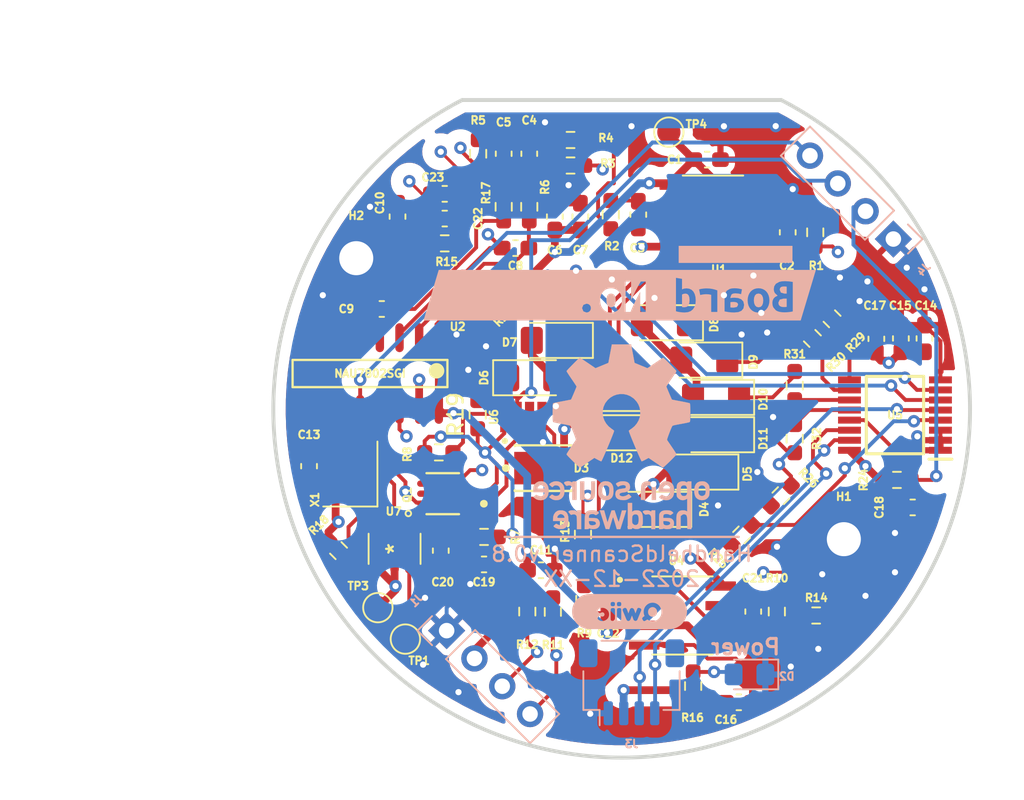
<source format=kicad_pcb>
(kicad_pcb (version 20211014) (generator pcbnew)
  (title_block (title "Plastic Scanner for AED") (date "2022-06-07") (rev "2") (company "PlasticScanner") (comment 1 "By Markus Glavind"))
  (layers (0 "F.Cu" signal) (1 "In1.Cu" signal) (2 "In2.Cu" signal) (31 "B.Cu" signal) (34 "B.Paste" user) (35 "F.Paste" user) (36 "B.SilkS" user "B.Silkscreen") (37 "F.SilkS" user "F.Silkscreen") (38 "B.Mask" user) (39 "F.Mask" user) (44 "Edge.Cuts" user))
  (net 0 "")
  (net 1 "+2V5")
  (net 2 "Net-(C2-Pad1)")
  (net 3 "Net-(C2-Pad2)")
  (net 4 "Net-(C3-Pad1)")
  (net 5 "Net-(C3-Pad2)")
  (net 6 "/ADC/AIN+")
  (net 7 "/ADC/AIN-")
  (net 8 "+3V3")
  (net 9 "Net-(D4-Pad1)")
  (net 10 "Net-(D5-Pad1)")
  (net 11 "Net-(D6-Pad1)")
  (net 12 "Net-(D7-Pad1)")
  (net 13 "Net-(D8-Pad1)")
  (net 14 "Net-(D9-Pad1)")
  (net 15 "Net-(D10-Pad1)")
  (net 16 "Net-(D11-Pad1)")
  (net 17 "SDA")
  (net 18 "Net-(C8-Pad1)")
  (net 19 "Net-(C8-Pad2)")
  (net 20 "LED RESET")
  (net 21 "Net-(R25-Pad1)")
  (net 22 "Net-(R26-Pad1)")
  (net 23 "Net-(R27-Pad1)")
  (net 24 "Net-(R28-Pad1)")
  (net 25 "Net-(R29-Pad1)")
  (net 26 "Net-(R30-Pad1)")
  (net 27 "Net-(R31-Pad1)")
  (net 28 "Net-(R32-Pad1)")
  (net 29 "DRDY_INT")
  (net 30 "SCL")
  (net 31 "Net-(D2-Pad2)")
  (net 32 "Net-(C10-Pad2)")
  (net 34 "+1V8")
  (net 35 "SCL_2v")
  (net 36 "SDA_2v")
  (net 37 "Net-(C9-Pad1)")
  (net 38 "Net-(C9-Pad2)")
  (net 39 "Net-(C12-Pad1)")
  (net 40 "Net-(C12-Pad2)")
  (net 41 "Net-(C21-Pad1)")
  (net 42 "Net-(C21-Pad2)")
  (net 43 "/ADC/AIN2+")
  (net 44 "/ADC/AIN2-")
  (net 45 "Net-(D3-Pad1)")
  (net 46 "Net-(R18-Pad1)")
  (net 47 "GND")
  (net 48 "AS7341_INT")
  (net 49 "Net-(U2-Pad10)")
  (footprint "LED_SMD:LED_1206_3216Metric_Pad1.42x1.75mm_HandSolder" (layer "F.Cu") (at 92.075 101.727 180)
    (fp_text reference "D8")
    (fp_text value "LED")
  )
  (footprint "Capacitor_SMD:C_0603_1608Metric_Pad1.08x0.95mm_HandSolder" (layer "F.Cu") (at 86.614 94.869 -90)
    (fp_text reference "C7")
    (fp_text value "0.1uF")
  )
  (footprint "Capacitor_SMD:C_0603_1608Metric_Pad1.08x0.95mm_HandSolder" (layer "F.Cu") (at 69.088 110.998 90)
    (fp_text reference "C13")
    (fp_text value "0.1uF")
  )
  (footprint "Resistor_SMD:R_0603_1608Metric_Pad0.98x0.95mm_HandSolder" (layer "F.Cu") (at 102.87 101.473 135)
    (fp_text reference "R29")
    (fp_text value "75")
  )
  (footprint "Resistor_SMD:R_0603_1608Metric_Pad0.98x0.95mm_HandSolder" (layer "F.Cu") (at 101.784 95.885 -90)
    (fp_text reference "R1")
    (fp_text value "240k")
  )
  (footprint "Capacitor_SMD:C_0603_1608Metric_Pad1.08x0.95mm_HandSolder" (layer "F.Cu") (at 90.354 94.742 -90)
    (fp_text reference "C3")
    (fp_text value "51p")
  )
  (footprint "Capacitor_SMD:C_0603_1608Metric_Pad1.08x0.95mm_HandSolder" (layer "F.Cu") (at 81.661 90.805 90)
    (fp_text reference "C5")
    (fp_text value "100p")
  )
  (footprint "BSS138DW-7-F-A:Diodes_Inc._-_BSS138DW-7-F-A" (layer "F.Cu") (at 77.724 112.776 180)
    (fp_text reference "Q1")
    (fp_text value "BSS138DW-7-F" hide)
  )
  (footprint "Resistor_SMD:R_0603_1608Metric_Pad0.98x0.95mm_HandSolder" (layer "F.Cu") (at 93.896999 125.209997 90)
    (fp_text reference "R16")
    (fp_text value "150")
  )
  (footprint "Resistor_SMD:R_0603_1608Metric_Pad0.98x0.95mm_HandSolder" (layer "F.Cu") (at 85.979 89.916 180)
    (fp_text reference "R4")
    (fp_text value "301")
  )
  (footprint "Resistor_SMD:R_0603_1608Metric_Pad0.98x0.95mm_HandSolder" (layer "F.Cu") (at 86.781 115.419 90)
    (fp_text reference "R13")
    (fp_text value "301")
  )
  (footprint "Capacitor_SMD:C_0603_1608Metric_Pad1.08x0.95mm_HandSolder" (layer "F.Cu") (at 77.597 116.459 -90)
    (fp_text reference "C20")
    (fp_text value "0.1uF")
  )
  (footprint "TestPoint:TestPoint_Pad_D1.5mm" (layer "F.Cu") (at 75.311 122.174)
    (fp_text reference "TP1")
    (fp_text value "Test_1.8V")
  )
  (footprint "Resistor_SMD:R_0603_1608Metric_Pad0.98x0.95mm_HandSolder" (layer "F.Cu") (at 80.391 115.57 180)
    (fp_text reference "R7")
    (fp_text value "10k")
  )
  (footprint "Resistor_SMD:R_0603_1608Metric_Pad0.98x0.95mm_HandSolder" (layer "F.Cu") (at 83.312 94.234 -90)
    (fp_text reference "R6")
    (fp_text value "51")
  )
  (footprint "MountingHole:MountingHole_2.2mm_M2_ISO7380_Pad" (layer "F.Cu") (at 72.136 97.556)
    (fp_text reference "H2")
    (fp_text value "MountingHole")
  )
  (footprint "Capacitor_SMD:C_0603_1608Metric_Pad1.08x0.95mm_HandSolder" (layer "F.Cu") (at 100.006 95.885 -90)
    (fp_text reference "C2")
    (fp_text value "51p")
  )
  (footprint "Capacitor_SMD:C_0603_1608Metric_Pad1.08x0.95mm_HandSolder" (layer "F.Cu") (at 108.839 102.743 -90)
    (fp_text reference "C14")
    (fp_text value "10uF")
  )
  (footprint "Oscillator:Oscillator_SMD_SeikoEpson_SG8002CE-4Pin_3.2x2.5mm" (layer "F.Cu") (at 71.755 111.506 90)
    (fp_text reference "X1")
    (fp_text value "SG-8002CE")
  )
  (footprint "Diode_SMD:D_1206_3216Metric_Pad1.42x1.75mm_HandSolder" (layer "F.Cu") (at 89.2785 108.839 180)
    (fp_text reference "D12")
    (fp_text value "0090-3111-185")
  )
  (footprint "LED_SMD:LED_1206_3216Metric_Pad1.42x1.75mm_HandSolder" (layer "F.Cu") (at 95.377 106.553 180)
    (fp_text reference "D10")
    (fp_text value "LED")
  )
  (footprint "LED_SMD:LED_1206_3216Metric_Pad1.42x1.75mm_HandSolder" (layer "F.Cu") (at 94.361 111.379 180)
    (fp_text reference "D5")
    (fp_text value "LED")
  )
  (footprint "Capacitor_SMD:C_0603_1608Metric_Pad1.08x0.95mm_HandSolder" (layer "F.Cu") (at 96.847 126.259999 180)
    (fp_text reference "C16")
    (fp_text value "100n")
  )
  (footprint "LED_SMD:LED_1206_3216Metric_Pad1.42x1.75mm_HandSolder" (layer "F.Cu") (at 94.615 104.14 180)
    (fp_text reference "D9")
    (fp_text value "LED")
  )
  (footprint "Capacitor_SMD:C_0603_1608Metric_Pad1.08x0.95mm_HandSolder" (layer "F.Cu") (at 105.731 102.769 90)
    (fp_text reference "C17")
    (fp_text value "22u")
  )
  (footprint "Nuvoton-NAU7802SGI:Nuvoton-NAU7802SGI" (layer "F.Cu") (at 73.025 105.0105 -90)
    (fp_text reference "U2")
    (fp_text value "NAU7802SGI")
  )
  (footprint "Resistor_SMD:R_0603_1608Metric_Pad0.98x0.95mm_HandSolder" (layer "F.Cu") (at 88.576 94.742 90)
    (fp_text reference "R2")
    (fp_text value "240k")
  )
  (footprint "OPA2376AID:SOIC127P599X175-8N" (layer "F.Cu") (at 93.206663 120.65)
    (fp_text reference "U4")
    (fp_text value "OPA2376xxD")
  )
  (footprint "LED_SMD:LED_1206_3216Metric_Pad1.42x1.75mm_HandSolder" (layer "F.Cu") (at 91.313 113.792 180)
    (fp_text reference "D4")
    (fp_text value "LED")
  )
  (footprint "Resistor_SMD:R_0603_1608Metric_Pad0.98x0.95mm_HandSolder" (layer "F.Cu") (at 83.185 120.396 90)
    (fp_text reference "R12")
    (fp_text value "10k")
  )
  (footprint "Capacitor_SMD:C_0603_1608Metric_Pad1.08x0.95mm_HandSolder" (layer "F.Cu") (at 84.064974 117.725423 180)
    (fp_text reference "C11")
    (fp_text value "100n")
  )
  (footprint "Capacitor_SMD:C_0603_1608Metric_Pad1.08x0.95mm_HandSolder" (layer "F.Cu") (at 84.963 94.869 -90)
    (fp_text reference "C6")
    (fp_text value "1uF")
  )
  (footprint "Resistor_SMD:R_0603_1608Metric_Pad0.98x0.95mm_HandSolder" (layer "F.Cu") (at 86.111 100.889 180)
    (fp_text reference "R28")
    (fp_text value "75")
  )
  (footprint "Resistor_SMD:R_0603_1608Metric_Pad0.98x0.95mm_HandSolder" (layer "F.Cu") (at 101.842663 120.65)
    (fp_text reference "R14")
    (fp_text value "301")
  )
  (footprint "Resistor_SMD:R_0603_1608Metric_Pad0.98x0.95mm_HandSolder" (layer "F.Cu") (at 77.47 110.109)
    (fp_text reference "R8")
    (fp_text value "10k")
  )
  (footprint "Resistor_SMD:R_0603_1608Metric_Pad0.98x0.95mm_HandSolder" (layer "F.Cu") (at 99.568 112.903 -135)
    (fp_text reference "R26")
    (fp_text value "62")
  )
  (footprint "Capacitor_SMD:C_0603_1608Metric_Pad1.08x0.95mm_HandSolder" (layer "F.Cu") (at 74.803 94.869 -90)
    (fp_text reference "C10")
    (fp_text value "0.1uF")
  )
  (footprint "MountingHole:MountingHole_2.2mm_M2_ISO7380_Pad" (layer "F.Cu") (at 103.632 115.717)
    (fp_text reference "H1")
    (fp_text value "MountingHole")
  )
  (footprint "TestPoint:TestPoint_Pad_D1.5mm" (layer "F.Cu") (at 92.329 89.408)
    (fp_text reference "TP4")
    (fp_text value "Test_2.5V")
  )
  (footprint "Resistor_SMD:R_0603_1608Metric_Pad0.98x0.95mm_HandSolder" (layer "F.Cu") (at 70.993 116.459 135)
    (fp_text reference "R18")
    (fp_text value "1k")
  )
  (footprint "Capacitor_SMD:C_0603_1608Metric_Pad1.08x0.95mm_HandSolder" (layer "F.Cu") (at 107.315 102.743 -90)
    (fp_text reference "C15")
    (fp_text value "10uF")
  )
  (footprint "Resistor_SMD:R_0603_1608Metric_Pad0.98x0.95mm_HandSolder" (layer "F.Cu") (at 100.457 105.791 90)
    (fp_text reference "R31")
    (fp_text value "75")
  )
  (footprint "AP7312-1833W6-7:AP7312-1833W6-7" (layer "F.Cu") (at 74.6125 116.3415 -90)
    (fp_text reference "U7")
    (fp_text value "AP7312-1833W6-7" hide)
  )
  (footprint "OPA2376AID:SOIC127P599X175-8N" (layer "F.Cu") (at 95.18 94.742 180)
    (fp_text reference "U1")
    (fp_text value "OPA2376xxD")
  )
  (footprint "Resistor_SMD:R_0603_1608Metric_Pad0.98x0.95mm_HandSolder" (layer "F.Cu") (at 84.836 120.4195 -90)
    (fp_text reference "R11")
    (fp_text value "10k")
  )
  (footprint "Diode_SMD:D_1206_3216Metric_Pad1.42x1.75mm_HandSolder" (layer "F.Cu") (at 89.281 106.299)
    (fp_text reference "D1")
    (fp_text value "0090-3111-185")
  )
  (footprint "Capacitor_SMD:C_0603_1608Metric_Pad1.08x0.95mm_HandSolder" (layer "F.Cu") (at 82.423 96.901)
    (fp_text reference "C8")
    (fp_text value "0.1uF")
  )
  (footprint "Capacitor_SMD:C_0603_1608Metric_Pad1.08x0.95mm_HandSolder" (layer "F.Cu") (at 73.787 100.838)
    (fp_text reference "C9")
    (fp_text value "0.1uF")
  )
  (footprint "Resistor_SMD:R_0603_1608Metric_Pad0.98x0.95mm_HandSolder" (layer "F.Cu") (at 79.981 107.669 90)
    (fp_text reference "R19")
    (fp_text value "10k")
  )
  (footprint "Everlight-EAHC2835WD6:Everlight-EAHC2835WD6-MFG" (layer "F.Cu") (at 84.201 111.125 180)
    (fp_text reference "D3")
    (fp_text value "EAHC2835WD6" hide)
  )
  (footprint "Capacitor_SMD:C_0603_1608Metric_Pad1.08x0.95mm_HandSolder" (layer "F.Cu") (at 77.851 94.996)
    (fp_text reference "C22")
    (fp_text value "47n")
  )
  (footprint "Resistor_SMD:R_0603_1608Metric_Pad0.98x0.95mm_HandSolder" (layer "F.Cu") (at 80.645 100.33 -135)
    (fp_text reference "R27")
    (fp_text value "70")
  )
  (footprint "LED_SMD:LED_1206_3216Metric_Pad1.42x1.75mm_HandSolder" (layer "F.Cu") (at 95.377 108.966 180)
    (fp_text reference "D11")
    (fp_text value "LED")
  )
  (footprint "Capacitor_SMD:C_0603_1608Metric_Pad1.08x0.95mm_HandSolder" (layer "F.Cu") (at 77.851 93.3973 180)
    (fp_text reference "C23")
    (fp_text value "100p")
  )
  (footprint "Resistor_SMD:R_0603_1608Metric_Pad0.98x0.95mm_HandSolder" (layer "F.Cu") (at 99.302663 120.396 -90)
    (fp_text reference "R10")
    (fp_text value "240k")
  )
  (footprint "Capacitor_SMD:C_0603_1608Metric_Pad1.08x0.95mm_HandSolder" (layer "F.Cu") (at 94.799 91.186 180)
    (fp_text reference "C1")
    (fp_text value "100n")
  )
  (footprint "TLC59208FIPWR:SOP65P640X120-16N" (layer "F.Cu") (at 106.934 107.696 180)
    (fp_text reference "U5")
    (fp_text value "TLC59208FIPWR" hide)
  )
  (footprint "Capacitor_SMD:C_0603_1608Metric_Pad1.08x0.95mm_HandSolder" (layer "F.Cu") (at 108.077 113.665)
    (fp_text reference "C18")
    (fp_text value "100n")
  )
  (footprint "Resistor_SMD:R_0603_1608Metric_Pad0.98x0.95mm_HandSolder" (layer "F.Cu") (at 81.661 94.234 -90)
    (fp_text reference "R17")
    (fp_text value "51")
  )
  (footprint "Capacitor_SMD:C_0603_1608Metric_Pad1.08x0.95mm_HandSolder" (layer "F.Cu") (at 83.312 90.805 -90)
    (fp_text reference "C4")
    (fp_text value "47n")
  )
  (footprint "LED_SMD:LED_1206_3216Metric_Pad1.42x1.75mm_HandSolder" (layer "F.Cu") (at 84.963 102.87 180)
    (fp_text reference "D7")
    (fp_text value "LED")
  )
  (footprint "Resistor_SMD:R_0603_1608Metric_Pad0.98x0.95mm_HandSolder" (layer "F.Cu") (at 101.6 102.743 135)
    (fp_text reference "R30")
    (fp_text value "75")
  )
  (footprint "TestPoint:TestPoint_Pad_D1.5mm" (layer "F.Cu") (at 73.533 120.142)
    (fp_text reference "TP3")
    (fp_text value "Test_3.3V")
  )
  (footprint "AS7341-DLGT:PSON80P310X200X110-8N" (layer "F.Cu") (at 82.931 107.823 90)
    (fp_text reference "U6")
    (fp_text value "AS7341-DLGT")
  )
  (footprint "Capacitor_SMD:C_0603_1608Metric_Pad1.08x0.95mm_HandSolder" (layer "F.Cu") (at 97.778663 120.396 90)
    (fp_text reference "C21")
    (fp_text value "51p")
  )
  (footprint "Resistor_SMD:R_0603_1608Metric_Pad0.98x0.95mm_HandSolder" (layer "F.Cu") (at 85.979 91.567 180)
    (fp_text reference "R3")
    (fp_text value "301")
  )
  (footprint "Resistor_SMD:R_0603_1608Metric_Pad0.98x0.95mm_HandSolder" (layer "F.Cu") (at 80.01 90.805 -90)
    (fp_text reference "R5")
    (fp_text value "51")
  )
  (footprint "Resistor_SMD:R_0603_1608Metric_Pad0.98x0.95mm_HandSolder" (layer "F.Cu") (at 107.061 111.887 180)
    (fp_text reference "R24")
    (fp_text value "1k")
  )
  (footprint "Capacitor_SMD:C_0603_1608Metric_Pad1.08x0.95mm_HandSolder" (layer "F.Cu") (at 88.392 119.634 90)
    (fp_text reference "C12")
    (fp_text value "51p")
  )
  (footprint "Resistor_SMD:R_0603_1608Metric_Pad0.98x0.95mm_HandSolder" (layer "F.Cu") (at 97.028 115.443 -135)
    (fp_text reference "R25")
    (fp_text value "56")
  )
  (footprint "Capacitor_SMD:C_0603_1608Metric_Pad1.08x0.95mm_HandSolder" (layer "F.Cu") (at 80.391 117.348)
    (fp_text reference "C19")
    (fp_text value "10uF")
  )
  (footprint "Resistor_SMD:R_0603_1608Metric_Pad0.98x0.95mm_HandSolder" (layer "F.Cu") (at 77.851 96.5977)
    (fp_text reference "R15")
    (fp_text value "51")
  )
  (footprint "LED_SMD:LED_1206_3216Metric_Pad1.42x1.75mm_HandSolder" (layer "F.Cu") (at 83.439 105.283)
    (fp_text reference "D6")
    (fp_text value "LED")
  )
  (footprint "Resistor_SMD:R_0603_1608Metric_Pad0.98x0.95mm_HandSolder" (layer "F.Cu") (at 86.868 119.634 90)
    (fp_text reference "R9")
    (fp_text value "240k")
  )
  (footprint "Resistor_SMD:R_0603_1608Metric_Pad0.98x0.95mm_HandSolder" (layer "F.Cu") (at 100.457 109.22 -90)
    (fp_text reference "R32")
    (fp_text value "82")
  )
  (footprint "Connector_PinSocket_2.54mm:PinSocket_1x04_P2.54mm_Vertical" (layer "B.Cu") (at 106.831 96.319 45)
    (fp_text reference "J4")
    (fp_text value "Interface")
  )
  (footprint "PlasticScannerLibrary:kibuzzard-6346913B" (layer "B.Cu") (at 89.154 99.949 180)
    (fp_text reference "kibuzzard-6346913B" hide)
    (fp_text value "G***" hide)
  )
  (footprint "kibuzzard-6398DD41" (layer "B.Cu") (at 89.789 120.396 180)
    (fp_text reference "kibuzzard-6398DD41" hide)
    (fp_text value "G***" hide)
  )
  (footprint "Connector_PinSocket_2.54mm:PinSocket_1x04_P2.54mm_Vertical" (layer "B.Cu") (at 77.975672 121.628317 -135)
    (fp_text reference "J1")
    (fp_text value "I2C ThroughHole")
  )
  (footprint "Connector_JST:JST_SH_SM04B-SRSS-TB_1x04-1MP_P1.00mm_Horizontal" (layer "B.Cu") (at 89.916 124.968)
    (fp_text reference "J3")
    (fp_text value "I2C")
  )
  (footprint "LED_SMD:LED_0805_2012Metric_Pad1.15x1.40mm_HandSolder" (layer "B.Cu") (at 97.536 124.46 180)
    (fp_text reference "D2")
    (fp_text value "POWER LED")
  )
  (footprint "PlasticScannerLibrary:PlasticScannerLogo" (layer "B.Cu") (at 96.647 94.996 180)
    (fp_text reference "LOGO2" hide)
    (fp_text value "PlasticScannerLogo" hide)
  )
  (footprint "Symbol:OSHW-Logo_11.4x12mm_SilkScreen" (layer "B.Cu") (at 89.281 109.093 180)
    (fp_text reference "LOGO1" hide)
    (fp_text value "OSHW-Logo_11.4x12mm_SilkScreen" hide)
  )
  (gr_line (start 96.8375 115.57) (end 81.7245 115.57) (layer "B.SilkS") (width 0.15))
  (gr_line (start 78.973236 87.335) (end 99.588764 87.335) (layer "Edge.Cuts") (width 0.25))
  (gr_arc (start 99.588764 87.335) (mid 89.281 129.835) (end 78.973236 87.335) (layer "Edge.Cuts") (width 0.25))
  (gr_text "HandheldScanner v0.8\n2022-12-XX" (at 89.281 117.475) (layer "B.SilkS") (effects (font (size 1 1)) (justify mirror)))
  (gr_text "Power" (at 97.282 122.682) (layer "B.SilkS") (effects (font (size 1 1) (thickness 0.2)) (justify mirror)))
  (segment (start 93.499808 121.285) (end 90.736663 121.285) (width 0.5) (layer "F.Cu") (net 1))
  (segment (start 83.185 116.459) (end 83.185 117.707949) (width 0.5) (layer "F.Cu") (net 1))
  (segment (start 89.281 121.269) (end 88.781 121.769) (width 0.5) (layer "F.Cu") (net 1))
  (segment (start 90.720663 121.269) (end 89.281 121.269) (width 0.5) (layer "F.Cu") (net 1))
  (segment (start 77.47 107.326567) (end 77.47 102.694433) (width 0.5) (layer "F.Cu") (net 1))
  (segment (start 91.059 92.71) (end 92.583 92.71) (width 0.5) (layer "F.Cu") (net 1))
  (segment (start 92.329 89.5785) (end 93.9365 91.186) (width 0.5) (layer "F.Cu") (net 1))
  (segment (start 94.769808 122.555) (end 93.499808 121.285) (width 0.5) (layer "F.Cu") (net 1))
  (segment (start 84.963 95.7315) (end 86.614 95.7315) (width 0.5) (layer "F.Cu") (net 1))
  (segment (start 97.65 94.107) (end 96.8575 94.107) (width 0.5) (layer "F.Cu") (net 1))
  (segment (start 77.47 101.854) (end 80.67097 98.65303) (width 0.5) (layer "F.Cu") (net 1))
  (segment (start 84.963 97.155) (end 84.963 95.7315) (width 0.5) (layer "F.Cu") (net 1))
  (segment (start 80.67097 98.65303) (end 83.46497 98.65303) (width 0.5) (layer "F.Cu") (net 1))
  (segment (start 83.46497 98.65303) (end 84.963 97.155) (width 0.5) (layer "F.Cu") (net 1))
  (segment (start 77.717625 107.574192) (end 78.411285 107.574192) (width 0.5) (layer "F.Cu") (net 1))
  (segment (start 96.8575 94.107) (end 93.9365 91.186) (width 0.5) (layer "F.Cu") (net 1))
  (segment (start 92.71 92.4125) (end 93.9365 91.186) (width 0.5) (layer "F.Cu") (net 1))
  (segment (start 77.47 107.326567) (end 77.717625 107.574192) (width 0.5) (layer "F.Cu") (net 1))
  (segment (start 90.736663 121.285) (end 90.720663 121.269) (width 0.5) (layer "F.Cu") (net 1))
  (segment (start 77.47 102.694433) (end 77.47 101.854) (width 0.5) (layer "F.Cu") (net 1))
  (segment (start 95.676663 122.555) (end 94.769808 122.555) (width 0.5) (layer "F.Cu") (net 1))
  (segment (start 88.781 121.769) (end 88.331 121.769) (width 0.5) (layer "F.Cu") (net 1))
  (segment (start 92.71 92.837) (end 92.71 92.4125) (width 0.5) (layer "F.Cu") (net 1))
  (segment (start 92.583 92.71) (end 92.71 92.837) (width 0.5) (layer "F.Cu") (net 1))
  (via (at 78.411285 107.574192) (size 0.8) (drill 0.4) (layers "F.Cu" "B.Cu") (net 1))
  (via (at 84.963 97.155) (size 0.8) (drill 0.4) (layers "F.Cu" "B.Cu") (net 1))
  (via (at 88.331 121.769) (size 0.8) (drill 0.4) (layers "F.Cu" "B.Cu") (net 1))
  (via (at 83.185 116.459) (size 0.8) (drill 0.4) (layers "F.Cu" "B.Cu") (net 1))
  (via (at 91.059 92.71) (size 0.8) (drill 0.4) (layers "F.Cu" "B.Cu") (net 1))
  (segment (start 84.963 97.155) (end 85.979 97.155) (width 0.5) (layer "B.Cu") (net 1))
  (segment (start 85.979 97.155) (end 90.424 92.71) (width 0.5) (layer "B.Cu") (net 1))
  (segment (start 83.185 116.459) (end 88.331 121.605) (width 0.5) (layer "B.Cu") (net 1))
  (segment (start 79.126192 107.574192) (end 78.411285 107.574192) (width 0.5) (layer "B.Cu") (net 1))
  (segment (start 83.185 116.459) (end 83.181 116.455) (width 0.5) (layer "B.Cu") (net 1))
  (segment (start 83.181 111.629) (end 79.126192 107.574192) (width 0.5) (layer "B.Cu") (net 1))
  (segment (start 83.181 116.455) (end 83.181 111.629) (width 0.5) (layer "B.Cu") (net 1))
  (segment (start 88.331 121.605) (end 88.331 121.769) (width 0.5) (layer "B.Cu") (net 1))
  (segment (start 90.424 92.71) (end 91.059 92.71) (width 0.5) (layer "B.Cu") (net 1))
  (segment (start 90.7685 106.4768) (end 89.08048 104.78878) (width 0.25) (layer "F.Cu") (net 2))
  (segment (start 94.800489 99.001511) (end 95.826511 97.975489) (width 0.25) (layer "F.Cu") (net 2))
  (segment (start 97.65 95.377) (end 99.6515 95.377) (width 0.25) (layer "F.Cu") (net 2))
  (segment (start 89.08048 100.78452) (end 90.863489 99.001511) (width 0.25) (layer "F.Cu") (net 2))
  (segment (start 95.826511 96.751152) (end 97.200663 95.377) (width 0.25) (layer "F.Cu") (net 2))
  (segment (start 95.826511 97.975489) (end 95.826511 96.751152) (width 0.25) (layer "F.Cu") (net 2))
  (segment (start 89.08048 104.78878) (end 89.08048 100.78452) (width 0.25) (layer "F.Cu") (net 2))
  (segment (start 100.006 95.0225) (end 101.734 95.0225) (width 0.25) (layer "F.Cu") (net 2))
  (segment (start 90.863489 99.001511) (end 94.800489 99.001511) (width 0.25) (layer "F.Cu") (net 2))
  (segment (start 99.6515 95.377) (end 100.006 95.0225) (width 0.25) (layer "F.Cu") (net 2))
  (segment (start 86.8915 91.567) (end 87.798799 91.567) (width 0.25) (layer "F.Cu") (net 3))
  (segment (start 102.8935 96.7975) (end 103.251 97.155) (width 0.25) (layer "F.Cu") (net 3))
  (segment (start 100.006 96.7475) (end 101.734 96.7475) (width 0.25) (layer "F.Cu") (net 3))
  (segment (start 97.65 96.647) (end 99.9055 96.647) (width 0.25) (layer "F.Cu") (net 3))
  (segment (start 87.798799 91.567) (end 88.0485 91.816701) (width 0.25) (layer "F.Cu") (net 3))
  (segment (start 101.784 96.7975) (end 102.8935 96.7975) (width 0.25) (layer "F.Cu") (net 3))
  (via (at 88.0485 91.816701) (size 0.8) (drill 0.4) (layers "F.Cu" "B.Cu") (net 3))
  (via (at 103.251 97.155) (size 0.8) (drill 0.4) (layers "F.Cu" "B.Cu") (net 3))
  (segment (start 88.519 100.584) (end 90.551 98.552) (width 0.25) (layer "F.Cu") (net 4))
  (segment (start 88.519 105.7513) (end 88.519 100.584) (width 0.25) (layer "F.Cu") (net 4))
  (segment (start 88.576 93.8295) (end 90.304 93.8295) (width 0.25) (layer "F.Cu") (net 4))
  (segment (start 90.551 98.552) (end 94.488 98.552) (width 0.25) (layer "F.Cu") (net 4))
  (segment (start 92.71 94.107) (end 90.5815 94.107) (width 0.25) (layer "F.Cu") (net 4))
  (segment (start 88.12052 106.14978) (end 88.519 105.7513) (width 0.25) (layer "F.Cu") (net 4))
  (segment (start 95.377 96.324663) (end 93.159337 94.107) (width 0.25) (layer "F.Cu") (net 4))
  (segment (start 94.488 98.552) (end 95.377 97.663) (width 0.25) (layer "F.Cu") (net 4))
  (segment (start 95.377 97.663) (end 95.377 96.324663) (width 0.25) (layer "F.Cu") (net 4))
  (segment (start 87.757 93.366184) (end 88.413184 92.71) (width 0.25) (layer "F.Cu") (net 5))
  (segment (start 87.757 94.8355) (end 87.757 93.366184) (width 0.25) (layer "F.Cu") (net 5))
  (segment (start 88.773 90.424) (end 88.265 89.916) (width 0.25) (layer "F.Cu") (net 5))
  (segment (start 88.773 92.71) (end 88.773 90.424) (width 0.25) (layer "F.Cu") (net 5))
  (segment (start 88.413184 92.71) (end 88.773 92.71) (width 0.25) (layer "F.Cu") (net 5))
  (segment (start 88.576 95.6545) (end 90.304 95.6545) (width 0.25) (layer "F.Cu") (net 5))
  (segment (start 92.71 95.377) (end 90.5815 95.377) (width 0.25) (layer "F.Cu") (net 5))
  (segment (start 88.265 89.916) (end 86.8915 89.916) (width 0.25) (layer "F.Cu") (net 5))
  (segment (start 88.576 95.6545) (end 87.757 94.8355) (width 0.25) (layer "F.Cu") (net 5))
  (segment (start 81.661 89.9425) (end 83.312 89.9425) (width 0.2) (layer "F.Cu") (net 6))
  (segment (start 80.01 89.8925) (end 81.611 89.8925) (width 0.2) (layer "F.Cu") (net 6))
  (segment (start 83.312 89.9425) (end 85.04 89.9425) (width 0.2) (layer "F.Cu") (net 6))
  (segment (start 83.312 93.3215) (end 83.312 91.6675) (width 0.2) (layer "F.Cu") (net 7))
  (segment (start 81.661 91.6675) (end 83.312 91.6675) (width 0.2) (layer "F.Cu") (net 7))
  (segment (start 85.0665 91.567) (end 83.4125 91.567) (width 0.2) (layer "F.Cu") (net 7))
  (segment (start 76.2 107.326567) (end 76.2 105.41) (width 0.5) (layer "F.Cu") (net 8))
  (segment (start 107.1615 103.759) (end 106.6015 104.319) (width 0.5) (layer "F.Cu") (net 8))
  (segment (start 92.8735 104.267) (end 90.5875 101.981) (width 0.5) (layer "F.Cu") (net 8))
  (segment (start 85.880501 108.302385) (end 85.5815 108.601386) (width 0.5) (layer "F.Cu") (net 8))
  (segment (start 85.880501 106.237001) (end 85.880501 108.302385) (width 0.5) (layer "F.Cu") (net 8))
  (segment (start 73.662499 115.1415) (end 73.662499 117.5415) (width 0.5) (layer "F.Cu") (net 8))
  (segment (start 84.9265 105.283) (end 85.880501 106.237001) (width 0.5) (layer "F.Cu") (net 8))
  (segment (start 74.6125 117.341875) (end 74.6125 117.5415) (width 0.5) (layer "F.Cu") (net 8))
  (segment (start 75.562501 116.391874) (end 74.6125 117.341875) (width 0.5) (layer "F.Cu") (net 8))
  (segment (start 95.676663 118.745) (end 95.676663 118.536663) (width 0.5) (layer "F.Cu") (net 8))
  (segment (start 91.33125 112.15925) (end 91.33125 112.28625) (width 0.5) (layer "F.Cu") (net 8))
  (segment (start 79.771723 122.902225) (end 79.771723 123.424368) (width 0.5) (layer "F.Cu") (net 8))
  (segment (start 73.662499 117.731499) (end 74.676 118.745) (width 0.5) (layer "F.Cu") (net 8))
  (segment (start 94.107 116.967) (end 93.726 116.967) (width 0.5) (layer "F.Cu") (net 8))
  (segment (start 74.676 118.999) (end 73.533 120.142) (width 0.5) (layer "F.Cu") (net 8))
  (segment (start 106.3895 104.1775) (end 106.531 104.319) (width 0.5) (layer "F.Cu") (net 8))
  (segment (start 84.963 119.507) (end 83.166948 119.507) (width 0.5) (layer "F.Cu") (net 8))
  (segment (start 74.6125 118.6815) (end 74.676 118.745) (width 0.5) (layer "F.Cu") (net 8))
  (segment (start 91.33125 112.28625) (end 89.8255 113.792) (width 0.5) (layer "F.Cu") (net 8))
  (segment (start 83.4755 103.832) (end 84.9265 105.283) (width 0.5) (layer "F.Cu") (net 8))
  (segment (start 95.676663 118.536663) (end 94.107 116.967) (width 0.5) (layer "F.Cu") (net 8))
  (segment (start 106.019557 104.1775) (end 106.3895 104.1775) (width 0.5) (layer "F.Cu") (net 8))
  (segment (start 92.5455 96.8115) (end 90.574204 96.8115) (width 0.5) (layer "F.Cu") (net 8))
  (segment (start 90.5875 101.981) (end 90.5875 100.937803) (width 0.5) (layer "F.Cu") (net 8))
  (segment (start 93.1275 104.267) (end 94.1181 105.2576) (width 0.5) (layer "F.Cu") (net 8))
  (segment (start 70.805 112.706) (end 69.9335 112.706) (width 0.5) (layer "F.Cu") (net 8))
  (segment (start 105.912 111.887) (end 104.020511 109.995511) (width 0.5) (layer "F.Cu") (net 8))
  (segment (start 92.8735 111.379) (end 92.1115 111.379) (width 0.5) (layer "F.Cu") (net 8))
  (segment (start 92.71 96.647) (end 92.5455 96.8115) (width 0.5) (layer "F.Cu") (net 8))
  (segment (start 83.4755 102.997) (end 83.4755 103.832) (width 0.5) (layer "F.Cu") (net 8))
  (segment (start 70.347765 115.813765) (end 70.347765 115.241405) (width 0.5) (layer "F.Cu") (net 8))
  (segment (start 90.5875 100.937803) (end 91.402051 100.123252) (width 0.5) (layer "F.Cu") (net 8))
  (segment (start 93.896999 126.122497) (end 95.846998 126.122497) (width 0.5) (layer "F.Cu") (net 8))
  (segment (start 106.1485 111.887) (end 106.1485 112.599) (width 0.5) (layer "F.Cu") (net 8))
  (segment (start 83.166948 119.507) (end 79.771723 122.902225) (width 0.5) (layer "F.Cu") (net 8))
  (segment (start 105.791 103.948943) (end 106.019557 104.1775) (width 0.5) (layer "F.Cu") (net 8))
  (segment (start 85.561 111.125) (end 85.561 108.621886) (width 0.5) (layer "F.Cu") (net 8))
  (segment (start 93.8895 108.839) (end 93.8895 110.363) (width 0.5) (layer "F.Cu") (net 8))
  (segment (start 106.1485 112.599) (end 107.2145 113.665) (width 0.5) (layer "F.Cu") (net 8))
  (segment (start 95.846998 126.122497) (end 95.9845 126.259999) (width 0.5) (layer "F.Cu") (net 8))
  (segment (start 70.805 114.410052) (end 70.992059 114.597111) (width 0.5) (layer "F.Cu") (net 8))
  (segment (start 73.662499 117.5415) (end 73.662499 117.731499) (width 0.5) (layer "F.Cu") (net 8))
  (segment (start 89.408 125.476) (end 93.250502 125.476) (width 0.5) (layer "F.Cu") (net 8))
  (segment (start 69.9335 112.706) (end 69.088 111.8605) (width 0.5) (layer "F.Cu") (net 8))
  (segment (start 85.561 108.621886) (end 85.5815 108.601386) (width 0.5) (layer "F.Cu") (net 8))
  (segment (start 92.1115 111.379) (end 91.33125 112.15925) (width 0.5) (layer "F.Cu") (net 8))
  (segment (start 70.805 112.706) (end 70.805 114.410052) (width 0.5) (layer "F.Cu") (net 8))
  (segment (start 74.676 118.745) (end 74.676 118.999) (width 0.5) (layer "F.Cu") (net 8))
  (segment (start 93.250502 125.476) (end 93.896999 126.122497) (width 0.5) (layer "F.Cu") (net 8))
  (segment (start 70.347765 115.241405) (end 70.992059 114.597111) (width 0.5) (layer "F.Cu") (net 8))
  (segment (start 74.6125 117.5415) (end 74.6125 118.6815) (width 0.5) (layer "F.Cu") (net 8))
  (segment (start 94.1181 105.2576) (end 94.1181 109.22) (width 0.5) (layer "F.Cu") (net 8))
  (segment (start 75.562501 115.1415) (end 75.562501 116.391874) (width 0.5) (layer "F.Cu") (net 8))
  (segment (start 108.839 103.6055) (end 107.315 103.6055) (width 0.5) (layer "F.Cu") (net 8))
  (segment (start 106.6015 104.319) (end 106.531 104.319) (width 0.5) (layer "F.Cu") (net 8))
  (segment (start 93.8895 110.363) (end 92.8735 111.379) (width 0.5) (layer "F.Cu") (net 8))
  (via (at 90.574204 96.8115) (size 0.8) (drill 0.4) (layers "F.Cu" "B.Cu") (net 8))
  (via (at 89.408 125.476) (size 0.8) (drill 0.4) (layers "F.Cu" "B.Cu") (net 8))
  (via (at 76.2 105.41) (size 0.8) (drill 0.4) (layers "F.Cu" "B.Cu") (net 8))
  (via (at 106.531 104.319) (size 0.8) (drill 0.4) (layers "F.Cu" "B.Cu") (net 8))
  (via (at 74.676 118.745) (size 0.8) (drill 0.4) (layers "F.Cu" "B.Cu") (net 8))
  (via (at 93.726 116.967) (size 0.8) (drill 0.4) (layers "F.Cu" "B.Cu") (net 8))
  (via (at 85.5815 108.601386) (size 0.8) (drill 0.4) (layers "F.Cu" "B.Cu") (net 8))
  (via (at 70.992059 114.597111) (size 0.8) (drill 0.4) (layers "F.Cu" "B.Cu") (net 8))
  (via (at 105.029 110.998) (size 0.8) (drill 0.4) (layers "F.Cu" "B.Cu") (net 8))
  (via (at 91.402051 100.123252) (size 0.8) (drill 0.4) (layers "F.Cu" "B.Cu") (net 8))
  (via (at 91.33125 112.15925) (size 0.8) (drill 0.4) (layers "F.Cu" "B.Cu") (net 8))
  (segment (start 89.408 126.96) (end 89.416 126.968) (width 0.5) (layer "B.Cu") (net 8))
  (segment (start 89.408 125.476) (end 89.408 126.96) (width 0.5) (layer "B.Cu") (net 8))
  (segment (start 92.8005 113.665) (end 93.95953 113.665) (width 0.25) (layer "F.Cu") (net 9))
  (segment (start 93.95953 113.665) (end 96.382765 116.088235) (width 0.25) (layer "F.Cu") (net 9))
  (segment (start 98.922765 113.548235) (end 96.75353 111.379) (width 0.25) (layer "F.Cu") (net 10))
  (segment (start 96.75353 111.379) (end 95.8485 111.379) (width 0.25) (layer "F.Cu") (net 10))
  (segment (start 81.9515 105.283) (end 81.9515 102.92697) (width 0.25) (layer "F.Cu") (net 11))
  (segment (start 81.9515 102.92697) (end 79.999765 100.975235) (width 0.25) (layer "F.Cu") (net 11))
  (segment (start 85.1985 101.745) (end 85.1985 100.889) (width 0.25) (layer "F.Cu") (net 12))
  (segment (start 86.4505 102.997) (end 85.1985 101.745) (width 0.25) (layer "F.Cu") (net 12))
  (segment (start 95.9665 101.981) (end 93.5625 101.981) (width 0.25) (layer "F.Cu") (net 13))
  (segment (start 101.346 99.949) (end 97.9985 99.949) (width 0.25) (layer "F.Cu") (net 13))
  (segment (start 97.9985 99.949) (end 95.9665 101.981) (width 0.25) (layer "F.Cu") (net 13))
  (segment (start 102.224765 100.827765) (end 101.346 99.949) (width 0.25) (layer "F.Cu") (net 13))
  (segment (start 100.954765 102.097765) (end 100.275735 102.097765) (width 0.25) (layer "F.Cu") (net 14))
  (segment (start 96.1025 104.267) (end 98.1065 104.267) (width 0.25) (layer "F.Cu") (net 14))
  (segment (start 100.275735 102.097765) (end 98.1065 104.267) (width 0.25) (layer "F.Cu") (net 14))
  (segment (start 100.457 105.1325) (end 99.0365 106.553) (width 0.25) (layer "F.Cu") (net 15))
  (segment (start 96.8645 106.553) (end 99.0365 106.553) (width 0.25) (layer "F.Cu") (net 15))
  (segment (start 100.076 110.1325) (end 98.7825 108.839) (width 0.25) (layer "F.Cu") (net 16))
  (segment (start 100.457 110.1325) (end 100.076 110.1325) (width 0.25) (layer "F.Cu") (net 16))
  (segment (start 96.8645 108.839) (end 98.7825 108.839) (width 0.25) (layer "F.Cu") (net 16))
  (segment (start 74.93 108.618) (end 75.381 109.069) (width 0.25) (layer "F.Cu") (net 17))
  (segment (start 74.93 107.326567) (end 74.93 108.618) (width 0.25) (layer "F.Cu") (net 17))
  (segment (start 79.498919 111.252) (end 78.624919 112.126) (width 0.25) (layer "F.Cu") (net 17))
  (segment (start 80.264 111.252) (end 79.498919 111.252) (width 0.25) (layer "F.Cu") (net 17))
  (segment (start 83.185 121.3085) (end 83.185 122.369625) (width 0.25) (layer "F.Cu") (net 17))
  (segment (start 103.023 109.321) (end 102.362 109.982) (width 0.25) (layer "F.Cu") (net 17))
  (segment (start 83.185 122.369625) (end 83.819942 123.004567) (width 0.25) (layer "F.Cu") (net 17))
  (segment (start 83.783626 123.004567) (end 83.819942 123.004567) (width 0.25) (layer "F.Cu") (net 17))
  (segment (start 103.996 109.321) (end 103.023 109.321) (width 0.25) (layer "F.Cu") (net 17))
  (segment (start 81.567774 125.220419) (end 83.783626 123.004567) (width 0.25) (layer "F.Cu") (net 17))
  (via (at 75.381 109.069) (size 0.8) (drill 0.4) (layers "F.Cu" "B.Cu") (net 17))
  (via (at 102.362 109.982) (size 0.8) (drill 0.4) (layers "F.Cu" "B.Cu") (net 17))
  (via (at 90.444044 124.6265) (size 0.8) (drill 0.4) (layers "F.Cu" "B.Cu") (net 17))
  (via (at 83.819942 123.004567) (size 0.8) (drill 0.4) (layers "F.Cu" "B.Cu") (net 17))
  (via (at 80.264 111.252) (size 0.8) (drill 0.4) (layers "F.Cu" "B.Cu") (net 17))
  (segment (start 90.416 126.968) (end 90.444044 126.939956) (width 0.25) (layer "B.Cu") (net 17))
  (segment (start 90.444044 122.915956) (end 90.444044 124.6265) (width 0.25) (layer "B.Cu") (net 17))
  (segment (start 90.444044 126.939956) (end 90.444044 124.6265) (width 0.25) (layer "B.Cu") (net 17))
  (segment (start 101.316589 111.027411) (end 101.316589 112.043411) (width 0.25) (layer "B.Cu") (net 17))
  (segment (start 102.362 109.982) (end 101.316589 111.027411) (width 0.25) (layer "B.Cu") (net 17))
  (segment (start 101.316589 112.043411) (end 90.444044 122.915956) (width 0.25) (layer "B.Cu") (net 17))
  (segment (start 78.960917 98.425) (end 79.248 98.425) (width 0.25) (layer "F.Cu") (net 18))
  (segment (start 78.867 90.424) (end 78.867 90.5745) (width 0.25) (layer "F.Cu") (net 18))
  (segment (start 78.867 90.5745) (end 80.01 91.7175) (width 0.25) (layer "F.Cu") (net 18))
  (segment (start 74.93 102.455917) (end 78.960917 98.425) (width 0.25) (layer "F.Cu") (net 18))
  (segment (start 80.772 96.901) (end 81.5605 96.901) (width 0.25) (layer "F.Cu") (net 18))
  (segment (start 79.248 98.425) (end 80.772 96.901) (width 0.25) (layer "F.Cu") (net 18))
  (segment (start 81.534 96.901) (end 80.645 96.012) (width 0.25) (layer "F.Cu") (net 18))
  (via (at 80.645 96.012) (size 0.8) (drill 0.4) (layers "F.Cu" "B.Cu") (net 18))
  (via (at 78.867 90.424) (size 0.8) (drill 0.4) (layers "F.Cu" "B.Cu") (net 18))
  (segment (start 80.391704 97.917) (end 82.2695 97.917) (width 0.25) (layer "F.Cu") (net 19))
  (segment (start 76.2 102.108704) (end 80.391704 97.917) (width 0.25) (layer "F.Cu") (net 19))
  (segment (start 82.2695 97.917) (end 83.2855 96.901) (width 0.25) (layer "F.Cu") (net 19))
  (segment (start 83.2855 96.901) (end 83.2855 95.173) (width 0.25) (layer "F.Cu") (net 19))
  (segment (start 103.996 108.021) (end 104.9835 108.021) (width 0.25) (layer "F.Cu") (net 20))
  (segment (start 104.9835 108.021) (end 107.9735 111.011) (width 0.25) (layer "F.Cu") (net 20))
  (segment (start 107.9735 111.887) (end 109.347 111.887) (width 0.25) (layer "F.Cu") (net 20))
  (segment (start 107.9735 111.011) (end 107.9735 111.887) (width 0.25) (layer "F.Cu") (net 20))
  (segment (start 109.347 111.887) (end 109.601 111.633) (width 0.25) (layer "F.Cu") (net 20))
  (via (at 109.601 111.633) (size 0.8) (drill 0.4) (layers "F.Cu" "B.Cu") (net 20))
  (segment (start 109.601 111.633) (end 109.601 102.031439) (width 0.25) (layer "B.Cu") (net 20))
  (segment (start 104.251278 96.681717) (end 104.251278 94.253633) (width 0.25) (layer "B.Cu") (net 20))
  (segment (start 109.601 102.031439) (end 104.251278 96.681717) (width 0.25) (layer "B.Cu") (net 20))
  (segment (start 100.502235 114.797765) (end 103.692257 111.607743) (width 0.25) (layer "F.Cu") (net 21))
  (segment (start 108.231833 108.021) (end 108.157333 108.0955) (width 0.25) (layer "F.Cu") (net 21))
  (segment (start 97.779765 114.797765) (end 100.502235 114.797765) (width 0.25) (layer "F.Cu") (net 21))
  (segment (start 103.692257 111.607743) (end 103.692257 111.133368) (width 0.25) (layer "F.Cu") (net 21))
  (segment (start 109.872 108.021) (end 108.231833 108.021) (width 0.25) (layer "F.Cu") (net 21))
  (via (at 103.692257 111.133368) (size 0.8) (drill 0.4) (layers "F.Cu" "B.Cu") (net 21))
  (via (at 108.157333 108.0955) (size 0.8) (drill 0.4) (layers "F.Cu" "B.Cu") (net 21))
  (segment (start 108.157333 108.0955) (end 106.8545 108.0955) (width 0.25) (layer "B.Cu") (net 21))
  (segment (start 103.816632 111.133368) (end 103.692257 111.133368) (width 0.25) (layer "B.Cu") (net 21))
  (segment (start 106.8545 108.0955) (end 103.816632 111.133368) (width 0.25) (layer "B.Cu") (net 21))
  (segment (start 107.117 107.371) (end 107.061 107.315) (width 0.25) (layer "F.Cu") (net 22))
  (segment (start 100.213235 112.257765) (end 100.213235 111.643235) (width 0.25) (layer "F.Cu") (net 22))
  (segment (start 100.213235 111.643235) (end 99.441 110.871) (width 0.25) (layer "F.Cu") (net 22))
  (segment (start 109.872 107.371) (end 107.117 107.371) (width 0.25) (layer "F.Cu") (net 22))
  (via (at 107.061 107.315) (size 0.8) (drill 0.4) (layers "F.Cu" "B.Cu") (net 22))
  (via (at 99.441 110.871) (size 0.8) (drill 0.4) (layers "F.Cu" "B.Cu") (net 22))
  (segment (start 102.87 107.315) (end 99.441 110.744) (width 0.25) (layer "B.Cu") (net 22))
  (segment (start 107.061 107.315) (end 102.87 107.315) (width 0.25) (layer "B.Cu") (net 22))
  (segment (start 99.441 110.744) (end 99.441 110.871) (width 0.25) (layer "B.Cu") (net 22))
  (segment (start 107.61 106.721) (end 106.68 105.791) (width 0.25) (layer "F.Cu") (net 23))
  (segment (start 109.872 106.721) (end 107.61 106.721) (width 0.25) (layer "F.Cu") (net 23))
  (segment (start 85.259 99.441) (end 86.331 98.369) (width 0.25) (layer "F.Cu") (net 23))
  (segment (start 81.534 99.441) (end 85.259 99.441) (width 0.25) (layer "F.Cu") (net 23))
  (via (at 106.68 105.791) (size 0.8) (drill 0.4) (layers "F.Cu" "B.Cu") (net 23))
  (via (at 86.331 98.369) (size 0.8) (drill 0.4) (layers "F.Cu" "B.Cu") (net 23))
  (segment (start 106.68 105.791) (end 93.753 105.791) (width 0.25) (layer "B.Cu") (net 23))
  (segment (start 93.753 105.791) (end 86.331 98.369) (width 0.25) (layer "B.Cu") (net 23))
  (segment (start 88.646 98.933) (end 88.011 98.933) (width 0.25) (layer "F.Cu") (net 24))
  (segment (start 109.872 106.071) (end 108.357 106.071) (width 0.25) (layer "F.Cu") (net 24))
  (segment (start 88.011 98.933) (end 87.0235 99.9205) (width 0.25) (layer "F.Cu") (net 24))
  (segment (start 108.357 106.071) (end 107.569 105.283) (width 0.25) (layer "F.Cu") (net 24))
  (segment (start 87.0235 100.889) (end 87.0235 99.9205) (width 0.25) (layer "F.Cu") (net 24))
  (via (at 107.569 105.283) (size 0.8) (drill 0.4) (layers "F.Cu" "B.Cu") (net 24))
  (via (at 88.646 98.933) (size 0.8) (drill 0.4) (layers "F.Cu" "B.Cu") (net 24))
  (segment (start 94.756501 105.043501) (end 88.646 98.933) (width 0.25) (layer "B.Cu") (net 24))
  (segment (start 107.329501 105.043501) (end 94.756501 105.043501) (width 0.25) (layer "B.Cu") (net 24))
  (segment (start 107.569 105.283) (end 107.329501 105.043501) (width 0.25) (layer "B.Cu") (net 24))
  (segment (start 103.996 105.421) (end 103.996 102.599) (width 0.25) (layer "F.Cu") (net 25))
  (segment (start 103.996 102.599) (end 103.515235 102.118235) (width 0.25) (layer "F.Cu") (net 25))
  (segment (start 102.245235 105.307735) (end 102.245235 103.388235) (width 0.25) (layer "F.Cu") (net 26))
  (segment (start 103.996 106.071) (end 103.0085 106.071) (width 0.25) (layer "F.Cu") (net 26))
  (segment (start 103.0085 106.071) (end 102.245235 105.307735) (width 0.25) (layer "F.Cu") (net 26))
  (segment (start 103.996 106.721) (end 100.4745 106.721) (width 0.25) (layer "F.Cu") (net 27))
  (segment (start 103.996 107.371) (end 101.3935 107.371) (width 0.25) (layer "F.Cu") (net 28))
  (segment (start 101.3935 107.371) (end 100.457 108.3075) (width 0.25) (layer "F.Cu") (net 28))
  (segment (start 72.39 107.326567) (end 72.39 105.41) (width 0.25) (layer "F.Cu") (net 29))
  (via (at 72.39 105.41) (size 0.8) (drill 0.4) (layers "F.Cu" "B.Cu") (net 29))
  (segment (start 85.431 95.919) (end 81.881 95.919) (width 0.25) (layer "B.Cu") (net 29))
  (segment (start 100.592846 90.080846) (end 91.269154 90.080846) (width 0.25) (layer "B.Cu") (net 29))
  (segment (start 101.442846 90.930846) (end 100.592846 90.080846) (width 0.25) (layer "B.Cu") (net 29))
  (segment (start 81.881 95.919) (end 72.39 105.41) (width 0.25) (layer "B.Cu") (net 29))
  (segment (start 91.269154 90.080846) (end 85.431 95.919) (width 0.25) (layer "B.Cu") (net 29))
  (segment (start 102.5214 108.671) (end 101.637499 109.554901) (width 0.25) (layer "F.Cu") (net 30))
  (segment (start 73.66 107.326567) (end 73.66 110.363) (width 0.25) (layer "F.Cu") (net 30))
  (segment (start 73.66 110.363) (end 75.315299 112.018299) (width 0.25) (layer "F.Cu") (net 30))
  (segment (start 85.059987 125.32031) (end 85.059987 123.220013) (width 0.25) (layer "F.Cu") (net 30))
  (segment (start 76.442081 113.348919) (end 76.019517 113.348919) (width 0.25) (layer "F.Cu") (net 30))
  (segment (start 101.637499 109.554901) (end 101.637499 110.627133) (width 0.25) (layer "F.Cu") (net 30))
  (segment (start 101.637499 110.627133) (end 102.487287 111.476921) (width 0.25) (layer "F.Cu") (net 30))
  (segment (start 103.996 108.671) (end 102.5214 108.671) (width 0.25) (layer "F.Cu") (net 30))
  (segment (start 76.019517 113.348919) (end 75.315299 112.644701) (width 0.25) (layer "F.Cu") (net 30))
  (segment (start 84.836 121.332) (end 84.836 122.996026) (width 0.25) (layer "F.Cu") (net 30))
  (segment (start 75.315299 112.018299) (end 75.315299 112.644701) (width 0.25) (layer "F.Cu") (net 30))
  (segment (start 84.836 122.996026) (end 85.059987 123.220013) (width 0.25) (layer "F.Cu") (net 30))
  (segment (start 83.363826 127.016471) (end 85.059987 125.32031) (width 0.25) (layer "F.Cu") (net 30))
  (via (at 102.487287 111.476921) (size 0.8) (drill 0.4) (layers "F.Cu" "B.Cu") (net 30))
  (via (at 85.059987 123.220013) (size 0.8) (drill 0.4) (layers "F.Cu" "B.Cu") (net 30))
  (via (at 75.315299 112.644701) (size 0.8) (drill 0.4) (layers "F.Cu" "B.Cu") (net 30))
  (via (at 91.44 123.825) (size 0.8) (drill 0.4) (layers "F.Cu" "B.Cu") (net 30))
  (segment (start 91.44 123.825) (end 91.44 126.944) (width 0.25) (layer "B.Cu") (net 30))
  (segment (start 91.44 122.555704) (end 91.44 123.825) (width 0.25) (layer "B.Cu") (net 30))
  (segment (start 102.487287 111.508417) (end 91.44 122.555704) (width 0.25) (layer "B.Cu") (net 30))
  (segment (start 91.44 126.944) (end 91.416 126.968) (width 0.25) (layer "B.Cu") (net 30))
  (segment (start 93.896999 124.297497) (end 95.25 124.297497) (width 0.25) (layer "F.Cu") (net 31))
  (via (at 95.25 124.297497) (size 0.8) (drill 0.4) (layers "F.Cu" "B.Cu") (net 31))
  (segment (start 96.348497 124.297497) (end 95.25 124.297497) (width 0.25) (layer "B.Cu") (net 31))
  (segment (start 96.511 124.46) (end 96.348497 124.297497) (width 0.25) (layer "B.Cu") (net 31))
  (segment (start 74.803 98.933) (end 74.803 95.7315) (width 0.25) (layer "F.Cu") (net 32))
  (segment (start 74.147031 99.588969) (end 74.803 98.933) (width 0.25) (layer "F.Cu") (net 32))
  (segment (start 71.12 102.694433) (end 71.12 101.219) (width 0.25) (layer "F.Cu") (net 32))
  (segment (start 71.12 101.219) (end 72.750031 99.588969) (width 0.25) (layer "F.Cu") (net 32))
  (segment (start 72.750031 99.588969) (end 74.147031 99.588969) (width 0.25) (layer "F.Cu") (net 32))
  (segment (start 81.698499 108.876214) (end 80.455236 110.119477) (width 0.25) (layer "F.Cu") (net 34))
  (segment (start 76.5575 109.3705) (end 76.5575 110.109) (width 0.25) (layer "F.Cu") (net 34))
  (segment (start 77.597 109.093) (end 76.835 109.093) (width 0.25) (layer "F.Cu") (net 34))
  (segment (start 77.597 117.3215) (end 75.782501 117.3215) (width 0.25) (layer "F.Cu") (net 34))
  (segment (start 77.597 117.983) (end 79.121 119.507) (width 0.25) (layer "F.Cu") (net 34))
  (segment (start 77.597 117.3215) (end 77.597 117.983) (width 0.25) (layer "F.Cu") (net 34))
  (segment (start 81.216667 112.077333) (end 81.216667 110.880908) (width 0.25) (layer "F.Cu") (net 34))
  (segment (start 76.835 109.093) (end 76.5575 109.3705) (width 0.25) (layer "F.Cu") (net 34))
  (segment (start 81.2535 117.348) (end 81.2535 115.62) (width 0.25) (layer "F.Cu") (net 34))
  (segment (start 78.624919 112.776) (end 76.823081 112.776) (width 0.25) (layer "F.Cu") (net 34))
  (segment (start 79.981 108.5815) (end 79.981 109.645241) (width 0.25) (layer "F.Cu") (net 34))
  (segment (start 79.883 119.507) (end 81.2535 118.1365) (width 0.25) (layer "F.Cu") (net 34))
  (segment (start 78.624919 112.776) (end 80.518 112.776) (width 0.25) (layer "F.Cu") (net 34))
  (segment (start 79.121 119.507) (end 79.883 119.507) (width 0.25) (layer "F.Cu") (net 34))
  (segment (start 79.981 109.645241) (end 80.455236 110.119477) (width 0.25) (layer "F.Cu") (net 34))
  (segment (start 75.782501 117.3215) (end 75.562501 117.5415) (width 0.25) (layer "F.Cu") (net 34))
  (segment (start 80.518 112.776) (end 81.216667 112.077333) (width 0.25) (layer "F.Cu") (net 34))
  (segment (start 81.698499 108.495501) (end 81.698499 108.876214) (width 0.25) (layer "F.Cu") (net 34))
  (segment (start 81.216667 110.880908) (end 80.455236 110.119477) (width 0.25) (layer "F.Cu") (net 34))
  (segment (start 81.3035 115.57) (end 81.5045 115.369) (width 0.25) (layer "F.Cu") (net 34))
  (segment (start 75.562501 117.5415) (end 75.562501 121.922499) (width 0.25) (layer "F.Cu") (net 34))
  (segment (start 81.5045 115.369) (end 82.231 115.369) (width 0.25) (layer "F.Cu") (net 34))
  (segment (start 81.2535 118.1365) (end 81.2535 117.348) (width 0.25) (layer "F.Cu") (net 34))
  (via (at 80.455236 110.119477) (size 0.8) (drill 0.4) (layers "F.Cu" "B.Cu") (net 34))
  (via (at 77.597 109.093) (size 0.8) (drill 0.4) (layers "F.Cu" "B.Cu") (net 34))
  (via (at 82.231 115.369) (size 0.8) (drill 0.4) (layers "F.Cu" "B.Cu") (net 34))
  (segment (start 80.381477 110.119477) (end 80.455236 110.119477) (width 0.25) (layer "B.Cu") (net 34))
  (segment (start 82.231 115.369) (end 82.231 111.895241) (width 0.25) (layer "B.Cu") (net 34))
  (segment (start 77.597 109.093) (end 79.355 109.093) (width 0.25) (layer "B.Cu") (net 34))
  (segment (start 79.355 109.093) (end 80.381477 110.119477) (width 0.25) (layer "B.Cu") (net 34))
  (segment (start 82.231 111.895241) (end 80.455236 110.119477) (width 0.25) (layer "B.Cu") (net 34))
  (segment (start 82.531 108.463) (end 82.531 109.235978) (width 0.25) (layer "F.Cu") (net 35))
  (segment (start 78.624919 113.426) (end 78.624919 114.716419) (width 0.25) (layer "F.Cu") (net 35))
  (segment (start 78.624919 114.716419) (end 79.4785 115.57) (width 0.25) (layer "F.Cu") (net 35))
  (segment (start 81.841 112.2785) (end 80.6935 113.426) (width 0.25) (layer "F.Cu") (net 35))
  (segment (start 80.6935 113.426) (end 78.624919 113.426) (width 0.25) (layer "F.Cu") (net 35))
  (segment (start 81.841 109.925978) (end 81.841 112.2785) (width 0.25) (layer "F.Cu") (net 35))
  (segment (start 82.531 109.235978) (end 81.841 109.925978) (width 0.25) (layer "F.Cu") (net 35))
  (segment (start 81.29452 107.61948) (end 79.360704 107.61948) (width 0.25) (layer "F.Cu") (net 36))
  (segment (start 78.3825 110.109) (end 78.3825 110.566581) (width 0.25) (layer "F.Cu") (net 36))
  (segment (start 79.360704 107.61948) (end 79.03148 107.948704) (width 0.25) (layer "F.Cu") (net 36))
  (segment (start 79.03148 109.46002) (end 78.3825 110.109) (width 0.25) (layer "F.Cu") (net 36))
  (segment (start 81.731 107.183) (end 81.29452 107.61948) (width 0.25) (layer "F.Cu") (net 36))
  (segment (start 78.3825 110.566581) (end 76.823081 112.126) (width 0.25) (layer "F.Cu") (net 36))
  (segment (start 79.03148 107.948704) (end 79.03148 109.46002) (width 0.25) (layer "F.Cu") (net 36))
  (segment (start 73.72402 100.03848) (end 75.67722 100.03848) (width 0.25) (layer "F.Cu") (net 37))
  (segment (start 72.9245 100.838) (end 73.72402 100.03848) (width 0.25) (layer "F.Cu") (net 37))
  (segment (start 72.39 101.3725) (end 72.9245 100.838) (width 0.25) (layer "F.Cu") (net 37))
  (segment (start 75.67722 100.03848) (end 78.7635 96.9522) (width 0.25) (layer "F.Cu") (net 37))
  (segment (start 78.7635 96.9522) (end 78.7635 96.5977) (width 0.25) (layer "F.Cu") (net 37))
  (segment (start 72.39 102.694433) (end 72.39 101.3725) (width 0.25) (layer "F.Cu") (net 37))
  (segment (start 79.883 95.631) (end 80.3675 95.1465) (width 0.25) (layer "F.Cu") (net 38))
  (segment (start 80.3675 95.1465) (end 81.661 95.1465) (width 0.25) (layer "F.Cu") (net 38))
  (segment (start 73.66 102.694433) (end 73.66 101.8275) (width 0.25) (layer "F.Cu") (net 38))
  (segment (start 79.883 96.867213) (end 79.883 95.631) (width 0.25) (layer "F.Cu") (net 38))
  (segment (start 75.912213 100.838) (end 79.883 96.867213) (width 0.25) (layer "F.Cu") (net 38))
  (segment (start 74.6495 100.838) (end 75.912213 100.838) (width 0.25) (layer "F.Cu") (net 38))
  (segment (start 73.66 101.8275) (end 74.6495 100.838) (width 0.25) (layer "F.Cu") (net 38))
  (segment (start 92.181 119.269) (end 91.435 120.015) (width 0.25) (layer "F.Cu") (net 39))
  (segment (start 87.805001 115.993001) (end 89.381 117.569) (width 0.25) (layer "F.Cu") (net 39))
  (segment (start 92.181 118.319) (end 92.181 119.269) (width 0.25) (layer "F.Cu") (net 39))
  (segment (start 89.116163 120.015) (end 88.634663 120.4965) (width 0.25) (layer "F.Cu") (net 39))
  (segment (start 88.634663 120.4965) (end 87.045 120.4965) (width 0.25) (layer "F.Cu") (net 39))
  (segment (start 89.381 117.569) (end 91.431 117.569) (width 0.25) (layer "F.Cu") (net 39))
  (segment (start 91.431 117.569) (end 92.181 118.319) (width 0.25) (layer "F.Cu") (net 39))
  (segment (start 88.634663 120.788337) (end 89.181 120.242) (width 0.25) (layer "F.Cu") (net 39))
  (segment (start 87.791 108.839) (end 87.805001 108.853001) (width 0.25) (layer "F.Cu") (net 39))
  (segment (start 91.435 120.015) (end 90.736663 120.015) (width 0.25) (layer "F.Cu") (net 39))
  (segment (start 87.805001 108.853001) (end 87.805001 115.993001) (width 0.25) (layer "F.Cu") (net 39))
  (segment (start 89.181 120.242) (end 89.181 119.969) (width 0.25) (layer "F.Cu") (net 39))
  (segment (start 90.736663 120.015) (end 89.116163 120.015) (width 0.25) (layer "F.Cu") (net 39))
  (segment (start 86.995 118.7215) (end 88.584663 118.7215) (width 0.25) (layer "F.Cu") (net 40))
  (segment (start 86.781 118.5075) (end 86.995 118.7215) (width 0.25) (layer "F.Cu") (net 40))
  (segment (start 88.634663 118.7715) (end 90.710163 118.7715) (width 0.25) (layer "F.Cu") (net 40))
  (segment (start 86.781 116.3315) (end 86.781 118.5075) (width 0.25) (layer "F.Cu") (net 40))
  (segment (start 88.58051 110.89999) (end 88.58051 115.86851) (width 0.25) (layer "F.Cu") (net 41))
  (segment (start 89.831489 117.119489) (end 91.617194 117.11949) (width 0.25) (layer "F.Cu") (net 41))
  (segment (start 97.778663 121.2585) (end 99.252663 121.2585) (width 0.25) (layer "F.Cu") (net 41))
  (segment (start 92.630511 118.688185) (end 95.227326 121.285) (width 0.25) (layer "F.Cu") (net 41))
  (segment (start 91.617194 117.11949) (end 92.630511 118.132807) (width 0.25) (layer "F.Cu") (net 41))
  (segment (start 95.676663 121.285) (end 97.752163 121.285) (width 0.25) (layer "F.Cu") (net 41))
  (segment (start 90.7431 108.7374) (end 88.58051 110.89999) (width 0.25) (layer "F.Cu") (net 41))
  (segment (start 92.630511 118.132807) (end 92.630511 118.688185) (width 0.25) (layer "F.Cu") (net 41))
  (segment (start 88.58051 115.86851) (end 89.831489 117.119489) (width 0.25) (layer "F.Cu") (net 41))
  (segment (start 95.676663 120.015) (end 97.297163 120.015) (width 0.25) (layer "F.Cu") (net 42))
  (segment (start 100.930163 120.65) (end 99.763663 119.4835) (width 0.25) (layer "F.Cu") (net 42))
  (segment (start 99.763663 119.4835) (end 99.302663 119.4835) (width 0.25) (layer "F.Cu") (net 42))
  (segment (start 97.297163 120.015) (end 97.778663 119.5335) (width 0.25) (layer "F.Cu") (net 42))
  (segment (start 99.302663 119.4835) (end 97.828663 119.4835) (width 0.25) (layer "F.Cu") (net 42))
  (segment (start 102.858663 120.246663) (end 100.468 117.856) (width 0.2) (layer "F.Cu") (net 43))
  (segment (start 77.3695 93.3973) (end 76.3793 93.3973) (width 0.2) (layer "F.Cu") (net 43))
  (segment (start 102.858663 120.5465) (end 102.858663 120.246663) (width 0.2) (layer "F.Cu") (net 43))
  (segment (start 76.9385 93.8283) (end 77.3695 93.3973) (width 0.2) (layer "F.Cu") (net 43))
  (segment (start 100.468 117.856) (end 98.425 117.856) (width 0.2) (layer "F.Cu") (net 43))
  (segment (start 76.3793 93.3973) (end 75.565 92.583) (width 0.2) (layer "F.Cu") (net 43))
  (segment (start 76.9385 96.5977) (end 76.9385 93.8283) (width 0.2) (layer "F.Cu") (net 43))
  (via (at 75.565 92.583) (size 0.8) (drill 0.4) (layers "F.Cu" "B.Cu") (net 43))
  (via (at 98.425 117.856) (size 0.8) (drill 0.4) (layers "F.Cu" "B.Cu") (net 43))
  (segment (start 86.781 113.218948) (end 87.0805 112.919448) (width 0.2) (layer "F.Cu") (net 44))
  (segment (start 79.0945 93.3973) (end 81.5852 93.3973) (width 0.2) (layer "F.Cu") (net 44))
  (segment (start 86.781 114.5065) (end 86.781 113.218948) (width 0.2) (layer "F.Cu") (net 44))
  (segment (start 79.0945 92.1755) (end 77.597 90.678) (width 0.2) (layer "F.Cu") (net 44))
  (segment (start 78.7135 94.996) (end 78.7135 93.3973) (width 0.2) (layer "F.Cu") (net 44))
  (segment (start 79.0945 93.3973) (end 79.0945 92.1755) (width 0.2) (layer "F.Cu") (net 44))
  (via (at 87.0805 112.919448) (size 0.8) (drill 0.4) (layers "F.Cu" "B.Cu") (net 44))
  (via (at 77.597 90.678) (size 0.8) (drill 0.4) (layers "F.Cu" "B.Cu") (net 44))
  (segment (start 84.418514 108.463) (end 84.925501 108.969987) (width 0.25) (layer "F.Cu") (net 45))
  (segment (start 84.457715 110.175387) (end 83.508102 111.125) (width 0.25) (layer "F.Cu") (net 45))
  (segment (start 84.925501 109.750985) (end 84.501099 110.175387) (width 0.25) (layer "F.Cu") (net 45))
  (segment (start 84.925501 108.969987) (end 84.925501 109.750985) (width 0.25) (layer "F.Cu") (net 45))
  (segment (start 84.131 108.463) (end 84.418514 108.463) (width 0.25) (layer "F.Cu") (net 45))
  (segment (start 84.501099 110.175387) (end 84.457715 110.175387) (width 0.25) (layer "F.Cu") (net 45))
  (segment (start 71.638235 114.924765) (end 71.638235 117.104235) (width 0.25) (layer "F.Cu") (net 46))
  (segment (start 72.705 113.858) (end 71.638235 114.924765) (width 0.25) (layer "F.Cu") (net 46))
  (segment (start 72.705 112.706) (end 72.705 113.858) (width 0.25) (layer "F.Cu") (net 46))
  (segment (start 96.64748 123.43548) (end 97.672 124.46) (width 0.25) (layer "F.Cu") (net 47))
  (segment (start 97.7095 124.4975) (end 97.672 124.46) (width 0.25) (layer "F.Cu") (net 47))
  (segment (start 84.131 107.183) (end 84.967 107.183) (width 0.25) (layer "F.Cu") (net 47))
  (segment (start 97.7095 126.259999) (end 97.7095 124.4975) (width 0.25) (layer "F.Cu") (net 47))
  (segment (start 79.3485 117.348) (end 77.597 115.5965) (width 0.25) (layer "F.Cu") (net 47))
  (segment (start 74.931 114.173) (end 74.6125 114.4915) (width 0.25) (layer "F.Cu") (net 47))
  (segment (start 84.967 107.183) (end 85.031 107.119) (width 0.25) (layer "F.Cu") (net 47))
  (segment (start 83.331 108.463) (end 83.331 109.058) (width 0.25) (layer "F.Cu") (net 47))
  (segment (start 87.249 126.042663) (end 87.249 127) (width 0.25) (layer "F.Cu") (net 47))
  (segment (start 86.614 94.0065) (end 84.963 94.0065) (width 0.25) (layer "F.Cu") (net 47))
  (segment (start 93.957326 122.555) (end 94.837806 123.43548) (width 0.25) (layer "F.Cu") (net 47))
  (segment (start 68.58 107.326567) (end 68.58 105.029) (width 0.25) (layer "F.Cu") (net 47))
  (segment (start 105.757 101.8805) (end 105.731 101.9065) (width 0.25) (layer "F.Cu") (net 47))
  (segment (start 68.58 105.029) (end 68.58 102.694433) (width 0.25) (layer "F.Cu") (net 47))
  (segment (start 68.58 102.694433) (end 69.85 102.694433) (width 0.25) (layer "F.Cu") (net 47))
  (segment (start 76.454 114.173) (end 74.931 114.173) (width 0.25) (layer "F.Cu") (net 47))
  (segment (start 109.872 109.321) (end 108.631912 109.321) (width 0.25) (layer "F.Cu") (net 47))
  (segment (start 90.736663 122.555) (end 93.957326 122.555) (width 0.25) (layer "F.Cu") (net 47))
  (segment (start 74.586499 112.187499) (end 72.705 110.306) (width 0.25) (layer "F.Cu") (net 47))
  (segment (start 84.927474 116.367526) (end 84.963 116.332) (width 0.25) (layer "F.Cu") (net 47))
  (segment (start 108.9395 113.665) (end 108.9395 114.8345) (width 0.25) (layer "F.Cu") (net 47))
  (segment (start 74.6125 114.4915) (end 74.6125 115.1415) (width 0.25) (layer "F.Cu") (net 47))
  (segment (start 107.188 116.586) (end 104.899263 116.586) (width 0.25) (layer "F.Cu") (net 47))
  (segment (start 108.631912 109.321) (end 108.380648 109.069736) (width 0.25) (layer "F.Cu") (net 47))
  (segment (start 68.58 109.6275) (end 69.088 110.1355) (width 0.25) (layer "F.Cu") (net 47))
  (segment (start 109.872 108.671) (end 109.872 109.321) (width 0.25) (layer "F.Cu") (net 47))
  (segment (start 83.331 109.058) (end 83.723886 109.450886) (width 0.25) (layer "F.Cu") (net 47))
  (segment (start 84.927474 117.725423) (end 84.927474 116.367526) (width 0.25) (layer "F.Cu") (net 47))
  (segment (start 68.58 107.326567) (end 68.58 109.6275) (width 0.25) (layer "F.Cu") (net 47))
  (segment (start 109.872 109.321) (end 109.872 109.971) (width 0.25) (layer "F.Cu") (net 47))
  (segment (start 74.586499 115.115499) (end 74.586499 112.187499) (width 0.25) (layer "F.Cu") (net 47))
  (segment (start 107.315 101.8805) (end 108.839 101.8805) (width 0.25) (layer "F.Cu") (net 47))
  (segment (start 90.736663 122.555) (end 87.249 126.042663) (width 0.25) (layer "F.Cu") (net 47))
  (segment (start 77.597 115.316) (end 76.454 114.173) (width 0.25) (layer "F.Cu") (net 47))
  (segment (start 107.315 101.8805) (end 105.757 101.8805) (width 0.25) (layer "F.Cu") (net 47))
  (segment (start 86.614 93.599) (end 85.852 92.837) (width 0.25) (layer "F.Cu") (net 47))
  (segment (start 94.837806 123.43548) (end 96.64748 123.43548) (width 0.25) (layer "F.Cu") (net 47))
  (segment (start 83.723886 109.450886) (end 84.201 109.450886) (width 0.25) (layer "F.Cu") (net 47))
  (segment (start 109.872 102.9135) (end 109.872 105.421) (width 0.25) (layer "F.Cu") (net 47))
  (segment (start 79.502 118.618) (end 79.502 117.3745) (width 0.25) (layer "F.Cu") (net 47))
  (segment (start 108.839 101.8805) (end 109.872 102.9135) (width 0.25) (layer "F.Cu") (net 47))
  (segment (start 108.9395 114.8345) (end 107.188 116.586) (width 0.25) (layer "F.Cu") (net 47))
  (via (at 105.029 119.38) (size 0.8) (drill 0.4) (layers "F.Cu" "B.Cu") (net 47))
  (via (at 87.249 127) (size 0.8) (drill 0.4) (layers "F.Cu" "B.Cu") (net 47))
  (via (at 99.231 89.019) (size 0.8) (drill 0.4) (layers "F.Cu" "B.Cu") (net 47))
  (via (at 102.235 117.983) (size 0.8) (drill 0.4) (layers "F.Cu" "B.Cu") (net 47))
  (via (at 78.74 125.603) (size 0.8) (drill 0.4) (layers "F.Cu" "B.Cu") (net 47))
  (via (at 84.963 116.332) (size 0.8) (drill 0.4) (layers "F.Cu" "B.Cu") (net 47))
  (via (at 89.916 89.027) (size 0.8) (drill 0.4) (layers "F.Cu" "B.Cu") (net 47))
  (via (at 107.696 98.171) (size 0.8) (drill 0.4) (layers "F.Cu" "B.Cu") (net 47))
  (via (at 85.852 92.837) (size 0.8) (drill 0.4) (layers "F.Cu" "B.Cu") (net 47))
  (via (at 108.380648 109.069736) (size 0.8) (drill 0.4) (layers "F.Cu" "B.Cu") (net 47))
  (via (at 98.679 102.362) (size 0.8) (drill 0.4) (layers "F.Cu" "B.Cu") (net 47))
  (via (at 99.314 116.205) (size 0.8) (drill 0.4) (layers "F.Cu" "B.Cu") (net 47))
  (via (at 95.885 89.027) (size 0.8) (drill 0.4) (layers "F.Cu" "B.Cu") (net 47))
  (via (at 104.648 100.33) (size 0.8) (drill 0.4) (layers "F.Cu" "B.Cu") (net 47))
  (via (at 76.454 123.825) (size 0.8) (drill 0.4) (layers "F.Cu" "B.Cu") (net 47))
  (via (at 101.981 122.809) (size 0.8) (drill 0.4) (layers "F.Cu" "B.Cu") (net 47))
  (via (at 98.044 111.379) (size 0.8) (drill 0.4) (layers "F.Cu" "B.Cu") (net 47))
  (via (at 98.298 101.092) (size 0.8) (drill 0.4) (layers "F.Cu" "B.Cu") (net 47))
  (via (at 69.977 99.949) (size 0.8) (drill 0.4) (layers "F.Cu" "B.Cu") (net 47))
  (via (at 84.201 109.450886) (size 0.8) (drill 0.4) (layers "F.Cu" "B.Cu") (net 47))
  (via (at 105.156 99.06) (size 0.8) (drill 0.4) (layers "F.Cu" "B.Cu") (net 47))
  (via (at 95.504 113.538) (size 0.8) (drill 0.4) (layers "F.Cu" "B.Cu") (net 47))
  (via (at 80.518 103.251) (size 0.8) (drill 0.4) (layers "F.Cu" "B.Cu") (net 47))
  (via (at 95.885 99.949) (size 0.8) (drill 0.4) (layers "F.Cu" "B.Cu") (net 47))
  (via (at 106.934 115.316) (size 0.8) (drill 0.4) (layers "F.Cu" "B.Cu") (net 47))
  (via (at 85.031 107.119) (size 0.8) (drill 0.4) (layers "F.Cu" "B.Cu") (net 47))
  (via (at 78.613 102.489) (size 0.8) (drill 0.4) (layers "F.Cu" "B.Cu") (net 47))
  (via (at 106.934 117.856) (size 0.8) (drill 0.4) (layers "F.Cu" "B.Cu") (net 47))
  (via (at 108.839 99.568) (size 0.8) (drill 0.4) (layers "F.Cu" "B.Cu") (net 47))
  (via (at 99.06 107.823) (size 0.8) (drill 0.4) (layers "F.Cu" "B.Cu") (net 47))
  (via (at 103.378 98.806) (size 0.8) (drill 0.4) (layers "F.Cu" "B.Cu") (net 47))
  (via (at 97.028 102.489) (size 0.8) (drill 0.4) (layers "F.Cu" "B.Cu") (net 47))
  (via (at 84.328 88.773) (size 0.8) (drill 0.4) (layers "F.Cu" "B.Cu") (net 47))
  (via (at 100.33 93.091) (size 0.8) (drill 0.4) (layers "F.Cu" "B.Cu") (net 47))
  (via (at 76.581 119.507) (size 0.8) (drill 0.4) (layers "F.Cu" "B.Cu") (net 47))
  (via (at 97.79 98.679) (size 0.8) (drill 0.4) (layers "F.Cu" "B.Cu") (net 47))
  (via (at 73.025 94.234) (size 0.8) (drill 0.4) (layers "F.Cu" "B.Cu") (net 47))
  (via (at 100.203 123.952) (size 0.8) (drill 0.4) (layers "F.Cu" "B.Cu") (net 47))
  (via (at 79.375 104.775) (size 0.8) (drill 0.4) (layers "F.Cu" "B.Cu") (net 47))
  (via (at 79.502 118.618) (size 0.8) (drill 0.4) (layers "F.Cu" "B.Cu") (net 47))
  (segment (start 104.293384 113.157) (end 104.293384 114.33621) (width 0.25) (layer "B.Cu") (net 47))
  (segment (start 77.975672 121.628317) (end 77.975672 120.144328) (width 0.25) (layer "B.Cu") (net 47))
  (segment (start 98.561 124.46) (end 99.695 124.46) (width 0.25) (layer "B.Cu") (net 47))
  (segment (start 99.695 124.46) (end 100.203 123.952) (width 0.25) (layer "B.Cu") (net 47))
  (segment (start 77.975672 120.144328) (end 79.502 118.618) (width 0.25) (layer "B.Cu") (net 47))
  (segment (start 104.293384 113.157) (end 108.380648 109.069736) (width 0.25) (layer "B.Cu") (net 47))
  (segment (start 82.711489 106.513489) (end 82.98648 106.238498) (width 0.25) (layer "F.Cu") (net 48))
  (segment (start 82.531 106.693978) (end 82.98648 106.238498) (width 0.25) (layer "F.Cu") (net 48))
  (segment (start 79.981 106.7565) (end 80.224011 106.513489) (width 0.25) (layer "F.Cu") (net 48))
  (segment (start 82.531 107.183) (end 82.531 106.693978) (width 0.25) (layer "F.Cu") (net 48))
  (segment (start 82.98648 106.238498) (end 83.439 106.238498) (width 0.25) (layer "F.Cu") (net 48))
  (segment (start 80.224011 106.513489) (end 82.711489 106.513489) (width 0.25) (layer "F.Cu") (net 48))
  (via (at 83.439 106.238498) (size 0.8) (drill 0.4) (layers "F.Cu" "B.Cu") (net 48))
  (segment (start 101.055898 92.546898) (end 102.706898 92.546898) (width 0.25) (layer "B.Cu") (net 48))
  (segment (start 91.135518 91.186) (end 99.695 91.186) (width 0.25) (layer "B.Cu") (net 48))
  (segment (start 83.439 96.393) (end 85.928518 96.393) (width 0.25) (layer "B.Cu") (net 48))
  (segment (start 99.695 91.186) (end 101.055898 92.546898) (width 0.25) (layer "B.Cu") (net 48))
  (segment (start 85.928518 96.393) (end 91.135518 91.186) (width 0.25) (layer "B.Cu") (net 48))
  (segment (start 83.439 106.238498) (end 83.439 96.393) (width 0.25) (layer "B.Cu") (net 48))
  (segment (start 69.85 107.326567) (end 69.85 109.351) (width 0.25) (layer "F.Cu") (net 49))
  (segment (start 69.85 109.351) (end 70.805 110.306) (width 0.25) (layer "F.Cu") (net 49))
  (zone (net 47) (net_name "GND") (layers "F.Cu" "In1.Cu" "B.Cu") (connect_pads (clearance 0.8)) (min_thickness 0.254) (fill yes (thermal_gap 0.4) (thermal_bridge_width 0.4) (smoothing fillet))
    (polygon (pts (xy 115.131 132.469) (xy 65.325859 132.587805) (xy 65.325859 81.152805) (xy 115.281 80.869)))
  )
)
</source>
